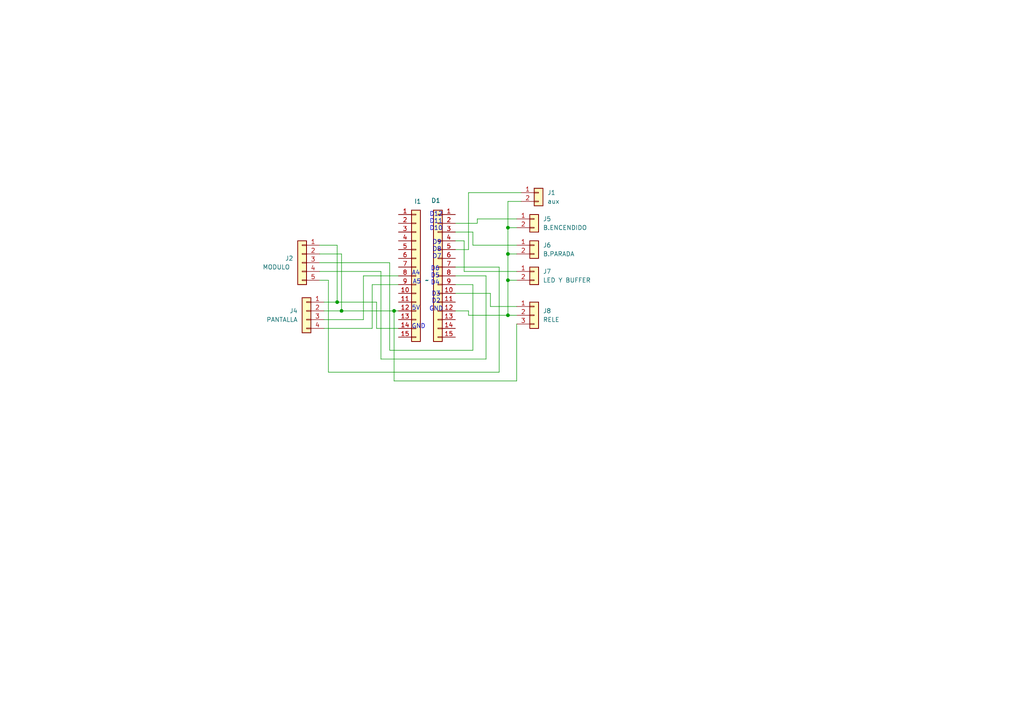
<source format=kicad_sch>
(kicad_sch (version 20231120) (generator "eeschema") (generator_version "8.0")
  (paper "A4")
  (lib_symbols
    (symbol "Connector_Generic:Conn_01x02" (pin_names (offset 1.016) hide)
      (property "Reference" "J" (at 0 2.54 0))
      (property "Value" "Conn_01x02" (at 0 -5.08 0))
      (symbol "Conn_01x02_1_1"
        (rectangle (start -1.27 -2.413) (end 0 -2.667) (stroke (width 0.1524)))
        (rectangle (start -1.27 0.127) (end 0 -0.127) (stroke (width 0.1524)))
        (rectangle (start -1.27 1.27) (end 1.27 -3.81) (stroke (width 0.254)) (fill (type background)))
        (pin passive line (at -5.08 0 0) (length 3.81) (name "Pin_1") (number "1"))
        (pin passive line (at -5.08 -2.54 0) (length 3.81) (name "Pin_2") (number "2"))
      )
    )
    (symbol "Connector_Generic:Conn_01x03" (pin_names (offset 1.016) hide)
      (property "Reference" "J" (at 0 5.08 0))
      (property "Value" "Conn_01x03" (at 0 -5.08 0))
      (symbol "Conn_01x03_1_1"
        (rectangle (start -1.27 -2.413) (end 0 -2.667) (stroke (width 0.1524)))
        (rectangle (start -1.27 0.127) (end 0 -0.127) (stroke (width 0.1524)))
        (rectangle (start -1.27 2.667) (end 0 2.413) (stroke (width 0.1524)))
        (rectangle (start -1.27 3.81) (end 1.27 -3.81) (stroke (width 0.254)) (fill (type background)))
        (pin passive line (at -5.08 2.54 0) (length 3.81) (name "Pin_1") (number "1"))
        (pin passive line (at -5.08 0 0) (length 3.81) (name "Pin_2") (number "2"))
        (pin passive line (at -5.08 -2.54 0) (length 3.81) (name "Pin_3") (number "3"))
      )
    )
    (symbol "Connector_Generic:Conn_01x04" (pin_names (offset 1.016) hide)
      (property "Reference" "J" (at 0 5.08 0))
      (property "Value" "Conn_01x04" (at 0 -7.62 0))
      (symbol "Conn_01x04_1_1"
        (rectangle (start -1.27 -4.953) (end 0 -5.207) (stroke (width 0.1524)))
        (rectangle (start -1.27 -2.413) (end 0 -2.667) (stroke (width 0.1524)))
        (rectangle (start -1.27 0.127) (end 0 -0.127) (stroke (width 0.1524)))
        (rectangle (start -1.27 2.667) (end 0 2.413) (stroke (width 0.1524)))
        (rectangle (start -1.27 3.81) (end 1.27 -6.35) (stroke (width 0.254)) (fill (type background)))
        (pin passive line (at -5.08 2.54 0) (length 3.81) (name "Pin_1") (number "1"))
        (pin passive line (at -5.08 0 0) (length 3.81) (name "Pin_2") (number "2"))
        (pin passive line (at -5.08 -2.54 0) (length 3.81) (name "Pin_3") (number "3"))
        (pin passive line (at -5.08 -5.08 0) (length 3.81) (name "Pin_4") (number "4"))
      )
    )
    (symbol "Connector_Generic:Conn_01x05" (pin_names (offset 1.016) hide)
      (property "Reference" "J" (at 0 7.62 0))
      (property "Value" "Conn_01x05" (at 0 -7.62 0))
      (symbol "Conn_01x05_1_1"
        (rectangle (start -1.27 -4.953) (end 0 -5.207) (stroke (width 0.1524)))
        (rectangle (start -1.27 -2.413) (end 0 -2.667) (stroke (width 0.1524)))
        (rectangle (start -1.27 0.127) (end 0 -0.127) (stroke (width 0.1524)))
        (rectangle (start -1.27 2.667) (end 0 2.413) (stroke (width 0.1524)))
        (rectangle (start -1.27 5.207) (end 0 4.953) (stroke (width 0.1524)))
        (rectangle (start -1.27 6.35) (end 1.27 -6.35) (stroke (width 0.254)) (fill (type background)))
        (pin passive line (at -5.08 5.08 0) (length 3.81) (name "Pin_1") (number "1"))
        (pin passive line (at -5.08 2.54 0) (length 3.81) (name "Pin_2") (number "2"))
        (pin passive line (at -5.08 0 0) (length 3.81) (name "Pin_3") (number "3"))
        (pin passive line (at -5.08 -2.54 0) (length 3.81) (name "Pin_4") (number "4"))
        (pin passive line (at -5.08 -5.08 0) (length 3.81) (name "Pin_5") (number "5"))
      )
    )
    (symbol "Connector_Generic:Conn_01x15" (pin_names (offset 1.016) hide)
      (property "Reference" "J" (at 0 20.32 0))
      (property "Value" "Conn_01x15" (at 0 -20.32 0))
      (symbol "Conn_01x15_1_1"
        (rectangle (start -1.27 -17.653) (end 0 -17.907) (stroke (width 0.1524)))
        (rectangle (start -1.27 -15.113) (end 0 -15.367) (stroke (width 0.1524)))
        (rectangle (start -1.27 -12.573) (end 0 -12.827) (stroke (width 0.1524)))
        (rectangle (start -1.27 -10.033) (end 0 -10.287) (stroke (width 0.1524)))
        (rectangle (start -1.27 -7.493) (end 0 -7.747) (stroke (width 0.1524)))
        (rectangle (start -1.27 -4.953) (end 0 -5.207) (stroke (width 0.1524)))
        (rectangle (start -1.27 -2.413) (end 0 -2.667) (stroke (width 0.1524)))
        (rectangle (start -1.27 0.127) (end 0 -0.127) (stroke (width 0.1524)))
        (rectangle (start -1.27 2.667) (end 0 2.413) (stroke (width 0.1524)))
        (rectangle (start -1.27 5.207) (end 0 4.953) (stroke (width 0.1524)))
        (rectangle (start -1.27 7.747) (end 0 7.493) (stroke (width 0.1524)))
        (rectangle (start -1.27 10.287) (end 0 10.033) (stroke (width 0.1524)))
        (rectangle (start -1.27 12.827) (end 0 12.573) (stroke (width 0.1524)))
        (rectangle (start -1.27 15.367) (end 0 15.113) (stroke (width 0.1524)))
        (rectangle (start -1.27 17.907) (end 0 17.653) (stroke (width 0.1524)))
        (rectangle (start -1.27 19.05) (end 1.27 -19.05) (stroke (width 0.254)) (fill (type background)))
        (pin passive line (at -5.08 17.78 0) (length 3.81) (name "Pin_1") (number "1"))
        (pin passive line (at -5.08 -5.08 0) (length 3.81) (name "Pin_10") (number "10"))
        (pin passive line (at -5.08 -7.62 0) (length 3.81) (name "Pin_11") (number "11"))
        (pin passive line (at -5.08 -10.16 0) (length 3.81) (name "Pin_12") (number "12"))
        (pin passive line (at -5.08 -12.7 0) (length 3.81) (name "Pin_13") (number "13"))
        (pin passive line (at -5.08 -15.24 0) (length 3.81) (name "Pin_14") (number "14"))
        (pin passive line (at -5.08 -17.78 0) (length 3.81) (name "Pin_15") (number "15"))
        (pin passive line (at -5.08 15.24 0) (length 3.81) (name "Pin_2") (number "2"))
        (pin passive line (at -5.08 12.7 0) (length 3.81) (name "Pin_3") (number "3"))
        (pin passive line (at -5.08 10.16 0) (length 3.81) (name "Pin_4") (number "4"))
        (pin passive line (at -5.08 7.62 0) (length 3.81) (name "Pin_5") (number "5"))
        (pin passive line (at -5.08 5.08 0) (length 3.81) (name "Pin_6") (number "6"))
        (pin passive line (at -5.08 2.54 0) (length 3.81) (name "Pin_7") (number "7"))
        (pin passive line (at -5.08 0 0) (length 3.81) (name "Pin_8") (number "8"))
        (pin passive line (at -5.08 -2.54 0) (length 3.81) (name "Pin_9") (number "9"))
      )
    )
  )
  (junction (at 147.32 91.44))
  (junction (at 147.32 81.28))
  (junction (at 97.79 87.63))
  (junction (at 147.32 73.66))
  (junction (at 147.32 66.04))
  (junction (at 114.3 90.17))
  (junction (at 99.06 90.17))
  (wire (pts (xy 144.78 77.47) (xy 132.08 77.47)))
  (wire (pts (xy 92.71 76.2) (xy 113.03 76.2)))
  (wire (pts (xy 149.86 81.28) (xy 147.32 81.28)))
  (wire (pts (xy 144.78 107.95) (xy 144.78 77.47)))
  (wire (pts (xy 149.86 110.49) (xy 114.3 110.49)))
  (wire (pts (xy 93.98 92.71) (xy 105.41 92.71)))
  (wire (pts (xy 105.41 92.71) (xy 105.41 80.01)))
  (wire (pts (xy 147.32 58.42) (xy 147.32 66.04)))
  (wire (pts (xy 107.95 82.55) (xy 115.57 82.55)))
  (wire (pts (xy 151.13 55.88) (xy 135.89 55.88)))
  (wire (pts (xy 97.79 87.63) (xy 109.22 87.63)))
  (wire (pts (xy 132.08 69.85) (xy 134.62 69.85)))
  (wire (pts (xy 140.97 104.14) (xy 140.97 80.01)))
  (wire (pts (xy 149.86 66.04) (xy 147.32 66.04)))
  (wire (pts (xy 149.86 63.5) (xy 138.43 63.5)))
  (wire (pts (xy 105.41 80.01) (xy 115.57 80.01)))
  (wire (pts (xy 93.98 87.63) (xy 97.79 87.63)))
  (wire (pts (xy 113.03 76.2) (xy 113.03 101.6)))
  (wire (pts (xy 137.16 101.6) (xy 137.16 82.55)))
  (wire (pts (xy 147.32 66.04) (xy 147.32 73.66)))
  (wire (pts (xy 95.25 81.28) (xy 95.25 107.95)))
  (wire (pts (xy 149.86 73.66) (xy 147.32 73.66)))
  (wire (pts (xy 109.22 87.63) (xy 109.22 95.25)))
  (wire (pts (xy 137.16 82.55) (xy 132.08 82.55)))
  (wire (pts (xy 95.25 107.95) (xy 144.78 107.95)))
  (wire (pts (xy 93.98 90.17) (xy 99.06 90.17)))
  (wire (pts (xy 149.86 91.44) (xy 147.32 91.44)))
  (wire (pts (xy 92.71 78.74) (xy 110.49 78.74)))
  (wire (pts (xy 135.89 91.44) (xy 135.89 90.17)))
  (wire (pts (xy 97.79 71.12) (xy 97.79 87.63)))
  (wire (pts (xy 138.43 63.5) (xy 138.43 64.77)))
  (wire (pts (xy 147.32 73.66) (xy 147.32 81.28)))
  (wire (pts (xy 147.32 91.44) (xy 135.89 91.44)))
  (wire (pts (xy 114.3 110.49) (xy 114.3 90.17)))
  (wire (pts (xy 137.16 71.12) (xy 137.16 67.31)))
  (wire (pts (xy 99.06 73.66) (xy 99.06 90.17)))
  (wire (pts (xy 92.71 73.66) (xy 99.06 73.66)))
  (wire (pts (xy 109.22 95.25) (xy 115.57 95.25)))
  (wire (pts (xy 113.03 101.6) (xy 137.16 101.6)))
  (wire (pts (xy 93.98 95.25) (xy 107.95 95.25)))
  (wire (pts (xy 135.89 90.17) (xy 132.08 90.17)))
  (wire (pts (xy 142.24 85.09) (xy 132.08 85.09)))
  (wire (pts (xy 149.86 88.9) (xy 142.24 88.9)))
  (wire (pts (xy 92.71 81.28) (xy 95.25 81.28)))
  (wire (pts (xy 135.89 72.39) (xy 132.08 72.39)))
  (wire (pts (xy 135.89 55.88) (xy 135.89 72.39)))
  (wire (pts (xy 99.06 90.17) (xy 114.3 90.17)))
  (wire (pts (xy 107.95 95.25) (xy 107.95 82.55)))
  (wire (pts (xy 134.62 78.74) (xy 134.62 69.85)))
  (wire (pts (xy 151.13 58.42) (xy 147.32 58.42)))
  (wire (pts (xy 149.86 71.12) (xy 137.16 71.12)))
  (wire (pts (xy 137.16 67.31) (xy 132.08 67.31)))
  (wire (pts (xy 149.86 78.74) (xy 134.62 78.74)))
  (wire (pts (xy 142.24 88.9) (xy 142.24 85.09)))
  (wire (pts (xy 110.49 104.14) (xy 140.97 104.14)))
  (wire (pts (xy 92.71 71.12) (xy 97.79 71.12)))
  (wire (pts (xy 132.08 80.01) (xy 140.97 80.01)))
  (wire (pts (xy 149.86 93.98) (xy 149.86 110.49)))
  (wire (pts (xy 138.43 64.77) (xy 132.08 64.77)))
  (wire (pts (xy 114.3 90.17) (xy 115.57 90.17)))
  (wire (pts (xy 110.49 78.74) (xy 110.49 104.14)))
  (wire (pts (xy 147.32 81.28) (xy 147.32 91.44)))
  (text "A4" (at 120.65 79.248 0) (effects (font (size 1.27 1.27))))
  (text "GND" (at 126.492 89.662 0) (effects (font (size 1.27 1.27))))
  (text "D12\nD11\nD10" (at 126.492 64.262 0) (effects (font (size 1.27 1.27))))
  (text "D6\nD5\nD4\n" (at 126.238 80.01 0) (effects (font (size 1.27 1.27))))
  (text "GND\n" (at 121.412 94.742 0) (effects (font (size 1.27 1.27))))
  (text "A5" (at 120.904 81.788 0) (effects (font (size 1.27 1.27))))
  (text "D9\nD8\nD7\n" (at 126.746 72.39 0) (effects (font (size 1.27 1.27))))
  (text "5V\n" (at 120.65 89.408 0) (effects (font (size 1.27 1.27))))
  (text "D3\nD2\n\n" (at 126.492 87.376 0) (effects (font (size 1.27 1.27))))
  (symbol (lib_id "Connector_Generic:Conn_01x02") (at 154.94 78.74 0) (unit 1)
    (property "Reference" "J7" (at 157.48 78.7399 0) (effects (justify left)))
    (property "Value" "LED Y BUFFER" (at 157.48 81.2799 0) (effects (justify left)))
    (property "Footprint" "Connector_PinHeader_1.00mm:PinHeader_1x02_P1.00mm_Vertical" (effects (hide yes)))
    (property "Description" "Generic connector, single row, 01x02, script generated (kicad-library-utils/schlib/autogen/connector/)" (effects (hide yes)))
  )
  (symbol (lib_id "Connector_Generic:Conn_01x02") (at 154.94 71.12 0) (unit 1)
    (property "Reference" "J6" (at 157.48 71.1199 0) (effects (justify left)))
    (property "Value" "B.PARADA" (at 157.48 73.6599 0) (effects (justify left)))
    (property "Footprint" "Connector_PinHeader_1.00mm:PinHeader_1x02_P1.00mm_Vertical" (effects (hide yes)))
    (property "Description" "Generic connector, single row, 01x02, script generated (kicad-library-utils/schlib/autogen/connector/)" (effects (hide yes)))
  )
  (symbol (lib_id "Connector_Generic:Conn_01x02") (at 154.94 63.5 0) (unit 1)
    (property "Reference" "J5" (at 157.48 63.4999 0) (effects (justify left)))
    (property "Value" "B.ENCENDIDO" (at 157.48 66.0399 0) (effects (justify left)))
    (property "Footprint" "Connector_PinHeader_1.00mm:PinHeader_1x02_P1.00mm_Vertical" (effects (hide yes)))
    (property "Description" "Generic connector, single row, 01x02, script generated (kicad-library-utils/schlib/autogen/connector/)" (effects (hide yes)))
  )
  (symbol (lib_id "Connector_Generic:Conn_01x02") (at 156.21 55.88 0) (unit 1)
    (property "Reference" "J1" (at 158.75 55.8799 0) (effects (justify left)))
    (property "Value" "aux" (at 158.75 58.4199 0) (effects (justify left)))
    (property "Footprint" "Connector_PinHeader_1.00mm:PinHeader_1x02_P1.00mm_Vertical" (effects (hide yes)))
    (property "Description" "Generic connector, single row, 01x02, script generated (kicad-library-utils/schlib/autogen/connector/)" (effects (hide yes)))
  )
  (symbol (lib_id "Connector_Generic:Conn_01x15") (at 120.65 80.01 0) (unit 1)
    (property "Reference" "I1" (at 120.142 58.42 0) (effects (justify left)))
    (property "Value" "~" (at 123.19 81.28 0) (effects (justify left)))
    (property "Footprint" "Connector_PinHeader_2.54mm:PinHeader_1x15_P2.54mm_Vertical" (effects (hide yes)))
    (property "Description" "Generic connector, single row, 01x15, script generated (kicad-library-utils/schlib/autogen/connector/)" (effects (hide yes)))
  )
  (symbol (lib_id "Connector_Generic:Conn_01x15") (at 127 80.01 0) (mirror y) (unit 1)
    (property "Reference" "D1" (at 127.762 58.166 0) (effects (justify left)))
    (property "Value" "~" (at 124.46 81.2799 0) (effects (justify left)))
    (property "Footprint" "Connector_PinHeader_2.54mm:PinHeader_1x15_P2.54mm_Vertical" (effects (hide yes)))
    (property "Description" "Generic connector, single row, 01x15, script generated (kicad-library-utils/schlib/autogen/connector/)" (effects (hide yes)))
  )
  (symbol (lib_id "Connector_Generic:Conn_01x05") (at 87.63 76.2 0) (mirror y) (unit 1)
    (property "Reference" "J2" (at 85.09 74.9299 0) (effects (justify left)))
    (property "Value" "MODULO " (at 85.09 77.4699 0) (effects (justify left)))
    (property "Footprint" "Connector_PinHeader_2.54mm:PinHeader_1x05_P2.54mm_Vertical" (effects (hide yes)))
    (property "Description" "Generic connector, single row, 01x05, script generated (kicad-library-utils/schlib/autogen/connector/)" (effects (hide yes)))
  )
  (symbol (lib_id "Connector_Generic:Conn_01x03") (at 154.94 91.44 0) (unit 1)
    (property "Reference" "J8" (at 157.48 90.1699 0) (effects (justify left)))
    (property "Value" "RELE" (at 157.48 92.7099 0) (effects (justify left)))
    (property "Footprint" "Connector:FanPinHeader_1x03_P2.54mm_Vertical" (effects (hide yes)))
    (property "Description" "Generic connector, single row, 01x03, script generated (kicad-library-utils/schlib/autogen/connector/)" (effects (hide yes)))
  )
  (symbol (lib_id "Connector_Generic:Conn_01x04") (at 88.9 90.17 0) (mirror y) (unit 1)
    (property "Reference" "J4" (at 86.36 90.1699 0) (effects (justify left)))
    (property "Value" "PANTALLA" (at 86.36 92.7099 0) (effects (justify left)))
    (property "Footprint" "Connector:FanPinHeader_1x04_P2.54mm_Vertical" (effects (hide yes)))
    (property "Description" "Generic connector, single row, 01x04, script generated (kicad-library-utils/schlib/autogen/connector/)" (effects (hide yes)))
  )
)
</source>
